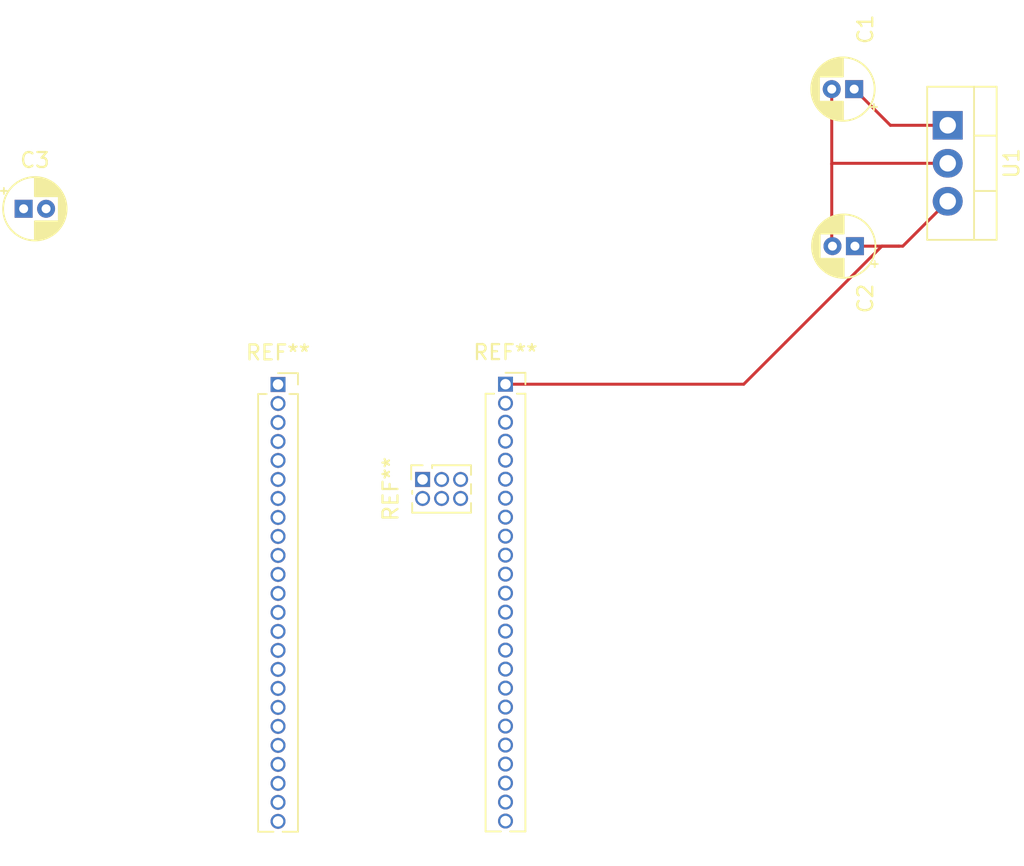
<source format=kicad_pcb>
(kicad_pcb (version 20240108) (generator "pcbnew") (generator_version "8.0")
  (layers (0 "F.Cu" signal) (31 "B.Cu" signal) (34 "B.Paste" user) (35 "F.Paste" user) (36 "B.SilkS" user "B.Silkscreen") (37 "F.SilkS" user "F.Silkscreen") (38 "B.Mask" user) (39 "F.Mask" user) (44 "Edge.Cuts" user))
  (net 0 "")
  (footprint "Connector_PinSocket_1.27mm:PinSocket_1x24_P1.27mm_Vertical" (layer "F.Cu") (at 190 50.75)
    (property "Reference" "REF**" (at 0 -2.135 0) (layer "F.SilkS"))
    (property "Value" "PinSocket_1x24_P1.27mm_Vertical")
    (fp_line (start -1.33 0.635) (end -1.33 29.905) (stroke (width 0.12)) (layer "F.SilkS"))
    (fp_line (start -1.33 0.635) (end -0.76 0.635) (stroke (width 0.12)) (layer "F.SilkS"))
    (fp_line (start -1.33 29.905) (end -0.30753 29.905) (stroke (width 0.12)) (layer "F.SilkS"))
    (fp_line (start 0 -0.76) (end 1.33 -0.76) (stroke (width 0.12)) (layer "F.SilkS"))
    (fp_line (start 0.30753 29.905) (end 1.33 29.905) (stroke (width 0.12)) (layer "F.SilkS"))
    (fp_line (start 0.76 0.635) (end 1.33 0.635) (stroke (width 0.12)) (layer "F.SilkS"))
    (fp_line (start 1.33 -0.76) (end 1.33 0) (stroke (width 0.12)) (layer "F.SilkS"))
    (fp_line (start 1.33 0.635) (end 1.33 29.905) (stroke (width 0.12)) (layer "F.SilkS"))
    (pad "1" thru_hole rect (at 0 0) (size 1 1) (drill 0.7) (layers "*.Cu" "*.Mask"))
    (pad "2" thru_hole oval (at 0 1.27) (size 1 1) (drill 0.7) (layers "*.Cu" "*.Mask"))
    (pad "3" thru_hole oval (at 0 2.54) (size 1 1) (drill 0.7) (layers "*.Cu" "*.Mask"))
    (pad "4" thru_hole oval (at 0 3.81) (size 1 1) (drill 0.7) (layers "*.Cu" "*.Mask"))
    (pad "5" thru_hole oval (at 0 5.08) (size 1 1) (drill 0.7) (layers "*.Cu" "*.Mask"))
    (pad "6" thru_hole oval (at 0 6.35) (size 1 1) (drill 0.7) (layers "*.Cu" "*.Mask"))
    (pad "7" thru_hole oval (at 0 7.62) (size 1 1) (drill 0.7) (layers "*.Cu" "*.Mask"))
    (pad "8" thru_hole oval (at 0 8.89) (size 1 1) (drill 0.7) (layers "*.Cu" "*.Mask"))
    (pad "9" thru_hole oval (at 0 10.16) (size 1 1) (drill 0.7) (layers "*.Cu" "*.Mask"))
    (pad "10" thru_hole oval (at 0 11.43) (size 1 1) (drill 0.7) (layers "*.Cu" "*.Mask"))
    (pad "11" thru_hole oval (at 0 12.7) (size 1 1) (drill 0.7) (layers "*.Cu" "*.Mask"))
    (pad "12" thru_hole oval (at 0 13.97) (size 1 1) (drill 0.7) (layers "*.Cu" "*.Mask"))
    (pad "13" thru_hole oval (at 0 15.24) (size 1 1) (drill 0.7) (layers "*.Cu" "*.Mask"))
    (pad "14" thru_hole oval (at 0 16.51) (size 1 1) (drill 0.7) (layers "*.Cu" "*.Mask"))
    (pad "15" thru_hole oval (at 0 17.78) (size 1 1) (drill 0.7) (layers "*.Cu" "*.Mask"))
    (pad "16" thru_hole oval (at 0 19.05) (size 1 1) (drill 0.7) (layers "*.Cu" "*.Mask"))
    (pad "17" thru_hole oval (at 0 20.32) (size 1 1) (drill 0.7) (layers "*.Cu" "*.Mask"))
    (pad "18" thru_hole oval (at 0 21.59) (size 1 1) (drill 0.7) (layers "*.Cu" "*.Mask"))
    (pad "19" thru_hole oval (at 0 22.86) (size 1 1) (drill 0.7) (layers "*.Cu" "*.Mask"))
    (pad "20" thru_hole oval (at 0 24.13) (size 1 1) (drill 0.7) (layers "*.Cu" "*.Mask"))
    (pad "21" thru_hole oval (at 0 25.4) (size 1 1) (drill 0.7) (layers "*.Cu" "*.Mask"))
    (pad "22" thru_hole oval (at 0 26.67) (size 1 1) (drill 0.7) (layers "*.Cu" "*.Mask"))
    (pad "23" thru_hole oval (at 0 27.94) (size 1 1) (drill 0.7) (layers "*.Cu" "*.Mask"))
    (pad "24" thru_hole oval (at 0 29.21) (size 1 1) (drill 0.7) (layers "*.Cu" "*.Mask"))
  )
  (footprint "Connector_PinSocket_1.27mm:PinSocket_2x03_P1.27mm_Vertical" (layer "F.Cu") (at 199.66 57.1 90)
    (property "Reference" "REF**" (at -0.635 -2.135 270) (layer "F.SilkS"))
    (property "Value" "PinSocket_2x03_P1.27mm_Vertical")
    (fp_line (start 0.95 -0.76) (end 0.95 0) (stroke (width 0.12)) (layer "F.SilkS"))
    (fp_line (start 0 -0.76) (end 0.95 -0.76) (stroke (width 0.12)) (layer "F.SilkS"))
    (fp_line (start -0.96247 -0.695) (end -0.76 -0.695) (stroke (width 0.12)) (layer "F.SilkS"))
    (fp_line (start -2.22 -0.695) (end -1.57753 -0.695) (stroke (width 0.12)) (layer "F.SilkS"))
    (fp_line (start -2.22 -0.695) (end -2.22 3.235) (stroke (width 0.12)) (layer "F.SilkS"))
    (fp_line (start 0.95 0.635) (end 0.95 3.235) (stroke (width 0.12)) (layer "F.SilkS"))
    (fp_line (start 0.76 0.635) (end 0.95 0.635) (stroke (width 0.12)) (layer "F.SilkS"))
    (fp_line (start 0.30753 3.235) (end 0.95 3.235) (stroke (width 0.12)) (layer "F.SilkS"))
    (fp_line (start -0.96247 3.235) (end -0.30753 3.235) (stroke (width 0.12)) (layer "F.SilkS"))
    (fp_line (start -2.22 3.235) (end -1.57753 3.235) (stroke (width 0.12)) (layer "F.SilkS"))
    (pad "1" thru_hole rect (at 0 0 90) (size 1 1) (drill 0.7) (layers "*.Cu" "*.Mask"))
    (pad "2" thru_hole oval (at -1.27 0 90) (size 1 1) (drill 0.7) (layers "*.Cu" "*.Mask"))
    (pad "3" thru_hole oval (at 0 1.27 90) (size 1 1) (drill 0.7) (layers "*.Cu" "*.Mask"))
    (pad "4" thru_hole oval (at -1.27 1.27 90) (size 1 1) (drill 0.7) (layers "*.Cu" "*.Mask"))
    (pad "5" thru_hole oval (at 0 2.54 90) (size 1 1) (drill 0.7) (layers "*.Cu" "*.Mask"))
    (pad "6" thru_hole oval (at -1.27 2.54 90) (size 1 1) (drill 0.7) (layers "*.Cu" "*.Mask"))
  )
  (footprint "Capacitor_THT:CP_Radial_D4.0mm_P1.50mm" (layer "F.Cu") (at 173 39)
    (property "Reference" "C3" (at 0.75 -3.25 0) (layer "F.SilkS"))
    (property "Value" "10uF")
    (fp_line (start -1.519801 -1.195) (end -1.119801 -1.195) (stroke (width 0.12)) (layer "F.SilkS"))
    (fp_line (start -1.319801 -1.395) (end -1.319801 -0.995) (stroke (width 0.12)) (layer "F.SilkS"))
    (fp_line (start 0.75 -2.08) (end 0.75 -0.84) (stroke (width 0.12)) (layer "F.SilkS"))
    (fp_line (start 0.75 0.84) (end 0.75 2.08) (stroke (width 0.12)) (layer "F.SilkS"))
    (fp_line (start 0.79 -2.08) (end 0.79 -0.84) (stroke (width 0.12)) (layer "F.SilkS"))
    (fp_line (start 0.79 0.84) (end 0.79 2.08) (stroke (width 0.12)) (layer "F.SilkS"))
    (fp_line (start 0.83 -2.079) (end 0.83 -0.84) (stroke (width 0.12)) (layer "F.SilkS"))
    (fp_line (start 0.83 0.84) (end 0.83 2.079) (stroke (width 0.12)) (layer "F.SilkS"))
    (fp_line (start 0.87 -2.077) (end 0.87 -0.84) (stroke (width 0.12)) (layer "F.SilkS"))
    (fp_line (start 0.87 0.84) (end 0.87 2.077) (stroke (width 0.12)) (layer "F.SilkS"))
    (fp_line (start 0.91 -2.074) (end 0.91 -0.84) (stroke (width 0.12)) (layer "F.SilkS"))
    (fp_line (start 0.91 0.84) (end 0.91 2.074) (stroke (width 0.12)) (layer "F.SilkS"))
    (fp_line (start 0.95 -2.071) (end 0.95 -0.84) (stroke (width 0.12)) (layer "F.SilkS"))
    (fp_line (start 0.95 0.84) (end 0.95 2.071) (stroke (width 0.12)) (layer "F.SilkS"))
    (fp_line (start 0.99 -2.067) (end 0.99 -0.84) (stroke (width 0.12)) (layer "F.SilkS"))
    (fp_line (start 0.99 0.84) (end 0.99 2.067) (stroke (width 0.12)) (layer "F.SilkS"))
    (fp_line (start 1.03 -2.062) (end 1.03 -0.84) (stroke (width 0.12)) (layer "F.SilkS"))
    (fp_line (start 1.03 0.84) (end 1.03 2.062) (stroke (width 0.12)) (layer "F.SilkS"))
    (fp_line (start 1.07 -2.056) (end 1.07 -0.84) (stroke (width 0.12)) (layer "F.SilkS"))
    (fp_line (start 1.07 0.84) (end 1.07 2.056) (stroke (width 0.12)) (layer "F.SilkS"))
    (fp_line (start 1.11 -2.05) (end 1.11 -0.84) (stroke (width 0.12)) (layer "F.SilkS"))
    (fp_line (start 1.11 0.84) (end 1.11 2.05) (stroke (width 0.12)) (layer "F.SilkS"))
    (fp_line (start 1.15 -2.042) (end 1.15 -0.84) (stroke (width 0.12)) (layer "F.SilkS"))
    (fp_line (start 1.15 0.84) (end 1.15 2.042) (stroke (width 0.12)) (layer "F.SilkS"))
    (fp_line (start 1.19 -2.034) (end 1.19 -0.84) (stroke (width 0.12)) (layer "F.SilkS"))
    (fp_line (start 1.19 0.84) (end 1.19 2.034) (stroke (width 0.12)) (layer "F.SilkS"))
    (fp_line (start 1.23 -2.025) (end 1.23 -0.84) (stroke (width 0.12)) (layer "F.SilkS"))
    (fp_line (start 1.23 0.84) (end 1.23 2.025) (stroke (width 0.12)) (layer "F.SilkS"))
    (fp_line (start 1.27 -2.016) (end 1.27 -0.84) (stroke (width 0.12)) (layer "F.SilkS"))
    (fp_line (start 1.27 0.84) (end 1.27 2.016) (stroke (width 0.12)) (layer "F.SilkS"))
    (fp_line (start 1.31 -2.005) (end 1.31 -0.84) (stroke (width 0.12)) (layer "F.SilkS"))
    (fp_line (start 1.31 0.84) (end 1.31 2.005) (stroke (width 0.12)) (layer "F.SilkS"))
    (fp_line (start 1.35 -1.994) (end 1.35 -0.84) (stroke (width 0.12)) (layer "F.SilkS"))
    (fp_line (start 1.35 0.84) (end 1.35 1.994) (stroke (width 0.12)) (layer "F.SilkS"))
    (fp_line (start 1.39 -1.982) (end 1.39 -0.84) (stroke (width 0.12)) (layer "F.SilkS"))
    (fp_line (start 1.39 0.84) (end 1.39 1.982) (stroke (width 0.12)) (layer "F.SilkS"))
    (fp_line (start 1.43 -1.968) (end 1.43 -0.84) (stroke (width 0.12)) (layer "F.SilkS"))
    (fp_line (start 1.43 0.84) (end 1.43 1.968) (stroke (width 0.12)) (layer "F.SilkS"))
    (fp_line (start 1.471 -1.954) (end 1.471 -0.84) (stroke (width 0.12)) (layer "F.SilkS"))
    (fp_line (start 1.471 0.84) (end 1.471 1.954) (stroke (width 0.12)) (layer "F.SilkS"))
    (fp_line (start 1.511 -1.94) (end 1.511 -0.84) (stroke (width 0.12)) (layer "F.SilkS"))
    (fp_line (start 1.511 0.84) (end 1.511 1.94) (stroke (width 0.12)) (layer "F.SilkS"))
    (fp_line (start 1.551 -1.924) (end 1.551 -0.84) (stroke (width 0.12)) (layer "F.SilkS"))
    (fp_line (start 1.551 0.84) (end 1.551 1.924) (stroke (width 0.12)) (layer "F.SilkS"))
    (fp_line (start 1.591 -1.907) (end 1.591 -0.84) (stroke (width 0.12)) (layer "F.SilkS"))
    (fp_line (start 1.591 0.84) (end 1.591 1.907) (stroke (width 0.12)) (layer "F.SilkS"))
    (fp_line (start 1.631 -1.889) (end 1.631 -0.84) (stroke (width 0.12)) (layer "F.SilkS"))
    (fp_line (start 1.631 0.84) (end 1.631 1.889) (stroke (width 0.12)) (layer "F.SilkS"))
    (fp_line (start 1.671 -1.87) (end 1.671 -0.84) (stroke (width 0.12)) (layer "F.SilkS"))
    (fp_line (start 1.671 0.84) (end 1.671 1.87) (stroke (width 0.12)) (layer "F.SilkS"))
    (fp_line (start 1.711 -1.851) (end 1.711 -0.84) (stroke (width 0.12)) (layer "F.SilkS"))
    (fp_line (start 1.711 0.84) (end 1.711 1.851) (stroke (width 0.12)) (layer "F.SilkS"))
    (fp_line (start 1.751 -1.83) (end 1.751 -0.84) (stroke (width 0.12)) (layer "F.SilkS"))
    (fp_line (start 1.751 0.84) (end 1.751 1.83) (stroke (width 0.12)) (layer "F.SilkS"))
    (fp_line (start 1.791 -1.808) (end 1.791 -0.84) (stroke (width 0.12)) (layer "F.SilkS"))
    (fp_line (start 1.791 0.84) (end 1.791 1.808) (stroke (width 0.12)) (layer "F.SilkS"))
    (fp_line (start 1.831 -1.785) (end 1.831 -0.84) (stroke (width 0.12)) (layer "F.SilkS"))
    (fp_line (start 1.831 0.84) (end 1.831 1.785) (stroke (width 0.12)) (layer "F.SilkS"))
    (fp_line (start 1.871 -1.76) (end 1.871 -0.84) (stroke (width 0.12)) (layer "F.SilkS"))
    (fp_line (start 1.871 0.84) (end 1.871 1.76) (stroke (width 0.12)) (layer "F.SilkS"))
    (fp_line (start 1.911 -1.735) (end 1.911 -0.84) (stroke (width 0.12)) (layer "F.SilkS"))
    (fp_line (start 1.911 0.84) (end 1.911 1.735) (stroke (width 0.12)) (layer "F.SilkS"))
    (fp_line (start 1.951 -1.708) (end 1.951 -0.84) (stroke (width 0.12)) (layer "F.SilkS"))
    (fp_line (start 1.951 0.84) (end 1.951 1.708) (stroke (width 0.12)) (layer "F.SilkS"))
    (fp_line (start 1.991 -1.68) (end 1.991 -0.84) (stroke (width 0.12)) (layer "F.SilkS"))
    (fp_line (start 1.991 0.84) (end 1.991 1.68) (stroke (width 0.12)) (layer "F.SilkS"))
    (fp_line (start 2.031 -1.65) (end 2.031 -0.84) (stroke (width 0.12)) (layer "F.SilkS"))
    (fp_line (start 2.031 0.84) (end 2.031 1.65) (stroke (width 0.12)) (layer "F.SilkS"))
    (fp_line (start 2.071 -1.619) (end 2.071 -0.84) (stroke (width 0.12)) (layer "F.SilkS"))
    (fp_line (start 2.071 0.84) (end 2.071 1.619) (stroke (width 0.12)) (layer "F.SilkS"))
    (fp_line (start 2.111 -1.587) (end 2.111 -0.84) (stroke (width 0.12)) (layer "F.SilkS"))
    (fp_line (start 2.111 0.84) (end 2.111 1.587) (stroke (width 0.12)) (layer "F.SilkS"))
    (fp_line (start 2.151 -1.552) (end 2.151 -0.84) (stroke (width 0.12)) (layer "F.SilkS"))
    (fp_line (start 2.151 0.84) (end 2.151 1.552) (stroke (width 0.12)) (layer "F.SilkS"))
    (fp_line (start 2.191 -1.516) (end 2.191 -0.84) (stroke (width 0.12)) (layer "F.SilkS"))
    (fp_line (start 2.191 0.84) (end 2.191 1.516) (stroke (width 0.12)) (layer "F.SilkS"))
    (fp_line (start 2.231 -1.478) (end 2.231 -0.84) (stroke (width 0.12)) (layer "F.SilkS"))
    (fp_line (start 2.231 0.84) (end 2.231 1.478) (stroke (width 0.12)) (layer "F.SilkS"))
    (fp_line (start 2.271 -1.438) (end 2.271 -0.84) (stroke (width 0.12)) (layer "F.SilkS"))
    (fp_line (start 2.271 0.84) (end 2.271 1.438) (stroke (width 0.12)) (layer "F.SilkS"))
    (fp_line (start 2.311 -1.396) (end 2.311 -0.84) (stroke (width 0.12)) (layer "F.SilkS"))
    (fp_line (start 2.311 0.84) (end 2.311 1.396) (stroke (width 0.12)) (layer "F.SilkS"))
    (fp_line (start 2.351 -1.351) (end 2.351 1.351) (stroke (width 0.12)) (layer "F.SilkS"))
    (fp_line (start 2.391 -1.304) (end 2.391 1.304) (stroke (width 0.12)) (layer "F.SilkS"))
    (fp_line (start 2.431 -1.254) (end 2.431 1.254) (stroke (width 0.12)) (layer "F.SilkS"))
    (fp_line (start 2.471 -1.2) (end 2.471 1.2) (stroke (width 0.12)) (layer "F.SilkS"))
    (fp_line (start 2.511 -1.142) (end 2.511 1.142) (stroke (width 0.12)) (layer "F.SilkS"))
    (fp_line (start 2.551 -1.08) (end 2.551 1.08) (stroke (width 0.12)) (layer "F.SilkS"))
    (fp_line (start 2.591 -1.013) (end 2.591 1.013) (stroke (width 0.12)) (layer "F.SilkS"))
    (fp_line (start 2.631 -0.94) (end 2.631 0.94) (stroke (width 0.12)) (layer "F.SilkS"))
    (fp_line (start 2.671 -0.859) (end 2.671 0.859) (stroke (width 0.12)) (layer "F.SilkS"))
    (fp_line (start 2.711 -0.768) (end 2.711 0.768) (stroke (width 0.12)) (layer "F.SilkS"))
    (fp_line (start 2.751 -0.664) (end 2.751 0.664) (stroke (width 0.12)) (layer "F.SilkS"))
    (fp_line (start 2.791 -0.537) (end 2.791 0.537) (stroke (width 0.12)) (layer "F.SilkS"))
    (fp_line (start 2.831 -0.37) (end 2.831 0.37) (stroke (width 0.12)) (layer "F.SilkS"))
    (fp_circle (center 0.75 0) (end 2.87 0) (stroke (width 0.12)) (fill none) (layer "F.SilkS"))
    (pad "1" thru_hole rect (at 0 0) (size 1.2 1.2) (drill 0.6) (layers "*.Cu" "*.Mask"))
    (pad "2" thru_hole circle (at 1.5 0) (size 1.2 1.2) (drill 0.6) (layers "*.Cu" "*.Mask"))
  )
  (footprint "Package_TO_SOT_THT:TO-220-3_Vertical" (layer "F.Cu") (at 234.75 33.42 -90)
    (property "Reference" "U1" (at 2.54 -4.27 90) (layer "F.SilkS"))
    (property "Value" "LM7805_TO220")
    (fp_line (start -2.58 1.371) (end 7.66 1.371) (stroke (width 0.12)) (layer "F.SilkS"))
    (fp_line (start -2.58 -1.76) (end 7.66 -1.76) (stroke (width 0.12)) (layer "F.SilkS"))
    (fp_line (start -2.58 -3.27) (end -2.58 1.371) (stroke (width 0.12)) (layer "F.SilkS"))
    (fp_line (start -2.58 -3.27) (end 7.66 -3.27) (stroke (width 0.12)) (layer "F.SilkS"))
    (fp_line (start 0.69 -3.27) (end 0.69 -1.76) (stroke (width 0.12)) (layer "F.SilkS"))
    (fp_line (start 4.391 -3.27) (end 4.391 -1.76) (stroke (width 0.12)) (layer "F.SilkS"))
    (fp_line (start 7.66 -3.27) (end 7.66 1.371) (stroke (width 0.12)) (layer "F.SilkS"))
    (pad "1" thru_hole rect (at 0 0 270) (size 1.905 2) (drill 1.1) (layers "*.Cu" "*.Mask"))
    (pad "2" thru_hole oval (at 2.54 0 270) (size 1.905 2) (drill 1.1) (layers "*.Cu" "*.Mask"))
    (pad "3" thru_hole oval (at 5.08 0 270) (size 1.905 2) (drill 1.1) (layers "*.Cu" "*.Mask"))
  )
  (footprint "Capacitor_THT:CP_Radial_D4.0mm_P1.50mm" (layer "F.Cu") (at 228.55 41.5 180)
    (property "Reference" "C2" (at -0.7 -3.5 -90) (layer "F.SilkS"))
    (property "Value" "1uF")
    (fp_line (start 2.831 -0.37) (end 2.831 0.37) (stroke (width 0.12)) (layer "F.SilkS"))
    (fp_line (start 2.791 -0.537) (end 2.791 0.537) (stroke (width 0.12)) (layer "F.SilkS"))
    (fp_line (start 2.751 -0.664) (end 2.751 0.664) (stroke (width 0.12)) (layer "F.SilkS"))
    (fp_line (start 2.711 -0.768) (end 2.711 0.768) (stroke (width 0.12)) (layer "F.SilkS"))
    (fp_line (start 2.671 -0.859) (end 2.671 0.859) (stroke (width 0.12)) (layer "F.SilkS"))
    (fp_line (start 2.631 -0.94) (end 2.631 0.94) (stroke (width 0.12)) (layer "F.SilkS"))
    (fp_line (start 2.591 -1.013) (end 2.591 1.013) (stroke (width 0.12)) (layer "F.SilkS"))
    (fp_line (start 2.551 -1.08) (end 2.551 1.08) (stroke (width 0.12)) (layer "F.SilkS"))
    (fp_line (start 2.511 -1.142) (end 2.511 1.142) (stroke (width 0.12)) (layer "F.SilkS"))
    (fp_line (start 2.471 -1.2) (end 2.471 1.2) (stroke (width 0.12)) (layer "F.SilkS"))
    (fp_line (start 2.431 -1.254) (end 2.431 1.254) (stroke (width 0.12)) (layer "F.SilkS"))
    (fp_line (start 2.391 -1.304) (end 2.391 1.304) (stroke (width 0.12)) (layer "F.SilkS"))
    (fp_line (start 2.351 -1.351) (end 2.351 1.351) (stroke (width 0.12)) (layer "F.SilkS"))
    (fp_line (start 2.311 0.84) (end 2.311 1.396) (stroke (width 0.12)) (layer "F.SilkS"))
    (fp_line (start 2.311 -1.396) (end 2.311 -0.84) (stroke (width 0.12)) (layer "F.SilkS"))
    (fp_line (start 2.271 0.84) (end 2.271 1.438) (stroke (width 0.12)) (layer "F.SilkS"))
    (fp_line (start 2.271 -1.438) (end 2.271 -0.84) (stroke (width 0.12)) (layer "F.SilkS"))
    (fp_line (start 2.231 0.84) (end 2.231 1.478) (stroke (width 0.12)) (layer "F.SilkS"))
    (fp_line (start 2.231 -1.478) (end 2.231 -0.84) (stroke (width 0.12)) (layer "F.SilkS"))
    (fp_line (start 2.191 0.84) (end 2.191 1.516) (stroke (width 0.12)) (layer "F.SilkS"))
    (fp_line (start 2.191 -1.516) (end 2.191 -0.84) (stroke (width 0.12)) (layer "F.SilkS"))
    (fp_line (start 2.151 0.84) (end 2.151 1.552) (stroke (width 0.12)) (layer "F.SilkS"))
    (fp_line (start 2.151 -1.552) (end 2.151 -0.84) (stroke (width 0.12)) (layer "F.SilkS"))
    (fp_line (start 2.111 0.84) (end 2.111 1.587) (stroke (width 0.12)) (layer "F.SilkS"))
    (fp_line (start 2.111 -1.587) (end 2.111 -0.84) (stroke (width 0.12)) (layer "F.SilkS"))
    (fp_line (start 2.071 0.84) (end 2.071 1.619) (stroke (width 0.12)) (layer "F.SilkS"))
    (fp_line (start 2.071 -1.619) (end 2.071 -0.84) (stroke (width 0.12)) (layer "F.SilkS"))
    (fp_line (start 2.031 0.84) (end 2.031 1.65) (stroke (width 0.12)) (layer "F.SilkS"))
    (fp_line (start 2.031 -1.65) (end 2.031 -0.84) (stroke (width 0.12)) (layer "F.SilkS"))
    (fp_line (start 1.991 0.84) (end 1.991 1.68) (stroke (width 0.12)) (layer "F.SilkS"))
    (fp_line (start 1.991 -1.68) (end 1.991 -0.84) (stroke (width 0.12)) (layer "F.SilkS"))
    (fp_line (start 1.951 0.84) (end 1.951 1.708) (stroke (width 0.12)) (layer "F.SilkS"))
    (fp_line (start 1.951 -1.708) (end 1.951 -0.84) (stroke (width 0.12)) (layer "F.SilkS"))
    (fp_line (start 1.911 0.84) (end 1.911 1.735) (stroke (width 0.12)) (layer "F.SilkS"))
    (fp_line (start 1.911 -1.735) (end 1.911 -0.84) (stroke (width 0.12)) (layer "F.SilkS"))
    (fp_line (start 1.871 0.84) (end 1.871 1.76) (stroke (width 0.12)) (layer "F.SilkS"))
    (fp_line (start 1.871 -1.76) (end 1.871 -0.84) (stroke (width 0.12)) (layer "F.SilkS"))
    (fp_line (start 1.831 0.84) (end 1.831 1.785) (stroke (width 0.12)) (layer "F.SilkS"))
    (fp_line (start 1.831 -1.785) (end 1.831 -0.84) (stroke (width 0.12)) (layer "F.SilkS"))
    (fp_line (start 1.791 0.84) (end 1.791 1.808) (stroke (width 0.12)) (layer "F.SilkS"))
    (fp_line (start 1.791 -1.808) (end 1.791 -0.84) (stroke (width 0.12)) (layer "F.SilkS"))
    (fp_line (start 1.751 0.84) (end 1.751 1.83) (stroke (width 0.12)) (layer "F.SilkS"))
    (fp_line (start 1.751 -1.83) (end 1.751 -0.84) (stroke (width 0.12)) (layer "F.SilkS"))
    (fp_line (start 1.711 0.84) (end 1.711 1.851) (stroke (width 0.12)) (layer "F.SilkS"))
    (fp_line (start 1.711 -1.851) (end 1.711 -0.84) (stroke (width 0.12)) (layer "F.SilkS"))
    (fp_line (start 1.671 0.84) (end 1.671 1.87) (stroke (width 0.12)) (layer "F.SilkS"))
    (fp_line (start 1.671 -1.87) (end 1.671 -0.84) (stroke (width 0.12)) (layer "F.SilkS"))
    (fp_line (start 1.631 0.84) (end 1.631 1.889) (stroke (width 0.12)) (layer "F.SilkS"))
    (fp_line (start 1.631 -1.889) (end 1.631 -0.84) (stroke (width 0.12)) (layer "F.SilkS"))
    (fp_line (start 1.591 0.84) (end 1.591 1.907) (stroke (width 0.12)) (layer "F.SilkS"))
    (fp_line (start 1.591 -1.907) (end 1.591 -0.84) (stroke (width 0.12)) (layer "F.SilkS"))
    (fp_line (start 1.551 0.84) (end 1.551 1.924) (stroke (width 0.12)) (layer "F.SilkS"))
    (fp_line (start 1.551 -1.924) (end 1.551 -0.84) (stroke (width 0.12)) (layer "F.SilkS"))
    (fp_line (start 1.511 0.84) (end 1.511 1.94) (stroke (width 0.12)) (layer "F.SilkS"))
    (fp_line (start 1.511 -1.94) (end 1.511 -0.84) (stroke (width 0.12)) (layer "F.SilkS"))
    (fp_line (start 1.471 0.84) (end 1.471 1.954) (stroke (width 0.12)) (layer "F.SilkS"))
    (fp_line (start 1.471 -1.954) (end 1.471 -0.84) (stroke (width 0.12)) (layer "F.SilkS"))
    (fp_line (start 1.43 0.84) (end 1.43 1.968) (stroke (width 0.12)) (layer "F.SilkS"))
    (fp_line (start 1.43 -1.968) (end 1.43 -0.84) (stroke (width 0.12)) (layer "F.SilkS"))
    (fp_line (start 1.39 0.84) (end 1.39 1.982) (stroke (width 0.12)) (layer "F.SilkS"))
    (fp_line (start 1.39 -1.982) (end 1.39 -0.84) (stroke (width 0.12)) (layer "F.SilkS"))
    (fp_line (start 1.35 0.84) (end 1.35 1.994) (stroke (width 0.12)) (layer "F.SilkS"))
    (fp_line (start 1.35 -1.994) (end 1.35 -0.84) (stroke (width 0.12)) (layer "F.SilkS"))
    (fp_line (start 1.31 0.84) (end 1.31 2.005) (stroke (width 0.12)) (layer "F.SilkS"))
    (fp_line (start 1.31 -2.005) (end 1.31 -0.84) (stroke (width 0.12)) (layer "F.SilkS"))
    (fp_line (start 1.27 0.84) (end 1.27 2.016) (stroke (width 0.12)) (layer "F.SilkS"))
    (fp_line (start 1.27 -2.016) (end 1.27 -0.84) (stroke (width 0.12)) (layer "F.SilkS"))
    (fp_line (start 1.23 0.84) (end 1.23 2.025) (stroke (width 0.12)) (layer "F.SilkS"))
    (fp_line (start 1.23 -2.025) (end 1.23 -0.84) (stroke (width 0.12)) (layer "F.SilkS"))
    (fp_line (start 1.19 0.84) (end 1.19 2.034) (stroke (width 0.12)) (layer "F.SilkS"))
    (fp_line (start 1.19 -2.034) (end 1.19 -0.84) (stroke (width 0.12)) (layer "F.SilkS"))
    (fp_line (start 1.15 0.84) (end 1.15 2.042) (stroke (width 0.12)) (layer "F.SilkS"))
    (fp_line (start 1.15 -2.042) (end 1.15 -0.84) (stroke (width 0.12)) (layer "F.SilkS"))
    (fp_line (start 1.11 0.84) (end 1.11 2.05) (stroke (width 0.12)) (layer "F.SilkS"))
    (fp_line (start 1.11 -2.05) (end 1.11 -0.84) (stroke (width 0.12)) (layer "F.SilkS"))
    (fp_line (start 1.07 0.84) (end 1.07 2.056) (stroke (width 0.12)) (layer "F.SilkS"))
    (fp_line (start 1.07 -2.056) (end 1.07 -0.84) (stroke (width 0.12)) (layer "F.SilkS"))
    (fp_line (start 1.03 0.84) (end 1.03 2.062) (stroke (width 0.12)) (layer "F.SilkS"))
    (fp_line (start 1.03 -2.062) (end 1.03 -0.84) (stroke (width 0.12)) (layer "F.SilkS"))
    (fp_line (start 0.99 0.84) (end 0.99 2.067) (stroke (width 0.12)) (layer "F.SilkS"))
    (fp_line (start 0.99 -2.067) (end 0.99 -0.84) (stroke (width 0.12)) (layer "F.SilkS"))
    (fp_line (start 0.95 0.84) (end 0.95 2.071) (stroke (width 0.12)) (layer "F.SilkS"))
    (fp_line (start 0.95 -2.071) (end 0.95 -0.84) (stroke (width 0.12)) (layer "F.SilkS"))
    (fp_line (start 0.91 0.84) (end 0.91 2.074) (stroke (width 0.12)) (layer "F.SilkS"))
    (fp_line (start 0.91 -2.074) (end 0.91 -0.84) (stroke (width 0.12)) (layer "F.SilkS"))
    (fp_line (start 0.87 0.84) (end 0.87 2.077) (stroke (width 0.12)) (layer "F.SilkS"))
    (fp_line (start 0.87 -2.077) (end 0.87 -0.84) (stroke (width 0.12)) (layer "F.SilkS"))
    (fp_line (start 0.83 0.84) (end 0.83 2.079) (stroke (width 0.12)) (layer "F.SilkS"))
    (fp_line (start 0.83 -2.079) (end 0.83 -0.84) (stroke (width 0.12)) (layer "F.SilkS"))
    (fp_line (start 0.79 0.84) (end 0.79 2.08) (stroke (width 0.12)) (layer "F.SilkS"))
    (fp_line (start 0.79 -2.08) (end 0.79 -0.84) (stroke (width 0.12)) (layer "F.SilkS"))
    (fp_line (start 0.75 0.84) (end 0.75 2.08) (stroke (width 0.12)) (layer "F.SilkS"))
    (fp_line (start 0.75 -2.08) (end 0.75 -0.84) (stroke (width 0.12)) (layer "F.SilkS"))
    (fp_line (start -1.319801 -1.395) (end -1.319801 -0.995) (stroke (width 0.12)) (layer "F.SilkS"))
    (fp_line (start -1.519801 -1.195) (end -1.119801 -1.195) (stroke (width 0.12)) (layer "F.SilkS"))
    (fp_circle (center 0.75 0) (end 2.87 0) (stroke (width 0.12)) (fill none) (layer "F.SilkS"))
    (pad "1" thru_hole rect (at 0 0 180) (size 1.2 1.2) (drill 0.6) (layers "*.Cu" "*.Mask"))
    (pad "2" thru_hole circle (at 1.5 0 180) (size 1.2 1.2) (drill 0.6) (layers "*.Cu" "*.Mask"))
  )
  (footprint "Connector_PinSocket_1.27mm:PinSocket_1x24_P1.27mm_Vertical" (layer "F.Cu") (at 205.2 50.73)
    (property "Reference" "REF**" (at 0 -2.135 0) (layer "F.SilkS"))
    (property "Value" "PinSocket_1x24_P1.27mm_Vertical")
    (fp_line (start -1.33 0.635) (end -1.33 29.905) (stroke (width 0.12)) (layer "F.SilkS"))
    (fp_line (start -1.33 0.635) (end -0.76 0.635) (stroke (width 0.12)) (layer "F.SilkS"))
    (fp_line (start -1.33 29.905) (end -0.30753 29.905) (stroke (width 0.12)) (layer "F.SilkS"))
    (fp_line (start 0 -0.76) (end 1.33 -0.76) (stroke (width 0.12)) (layer "F.SilkS"))
    (fp_line (start 0.30753 29.905) (end 1.33 29.905) (stroke (width 0.12)) (layer "F.SilkS"))
    (fp_line (start 0.76 0.635) (end 1.33 0.635) (stroke (width 0.12)) (layer "F.SilkS"))
    (fp_line (start 1.33 -0.76) (end 1.33 0) (stroke (width 0.12)) (layer "F.SilkS"))
    (fp_line (start 1.33 0.635) (end 1.33 29.905) (stroke (width 0.12)) (layer "F.SilkS"))
    (pad "1" thru_hole rect (at 0 0) (size 1 1) (drill 0.7) (layers "*.Cu" "*.Mask"))
    (pad "2" thru_hole oval (at 0 1.27) (size 1 1) (drill 0.7) (layers "*.Cu" "*.Mask"))
    (pad "3" thru_hole oval (at 0 2.54) (size 1 1) (drill 0.7) (layers "*.Cu" "*.Mask"))
    (pad "4" thru_hole oval (at 0 3.81) (size 1 1) (drill 0.7) (layers "*.Cu" "*.Mask"))
    (pad "5" thru_hole oval (at 0 5.08) (size 1 1) (drill 0.7) (layers "*.Cu" "*.Mask"))
    (pad "6" thru_hole oval (at 0 6.35) (size 1 1) (drill 0.7) (layers "*.Cu" "*.Mask"))
    (pad "7" thru_hole oval (at 0 7.62) (size 1 1) (drill 0.7) (layers "*.Cu" "*.Mask"))
    (pad "8" thru_hole oval (at 0 8.89) (size 1 1) (drill 0.7) (layers "*.Cu" "*.Mask"))
    (pad "9" thru_hole oval (at 0 10.16) (size 1 1) (drill 0.7) (layers "*.Cu" "*.Mask"))
    (pad "10" thru_hole oval (at 0 11.43) (size 1 1) (drill 0.7) (layers "*.Cu" "*.Mask"))
    (pad "11" thru_hole oval (at 0 12.7) (size 1 1) (drill 0.7) (layers "*.Cu" "*.Mask"))
    (pad "12" thru_hole oval (at 0 13.97) (size 1 1) (drill 0.7) (layers "*.Cu" "*.Mask"))
    (pad "13" thru_hole oval (at 0 15.24) (size 1 1) (drill 0.7) (layers "*.Cu" "*.Mask"))
    (pad "14" thru_hole oval (at 0 16.51) (size 1 1) (drill 0.7) (layers "*.Cu" "*.Mask"))
    (pad "15" thru_hole oval (at 0 17.78) (size 1 1) (drill 0.7) (layers "*.Cu" "*.Mask"))
    (pad "16" thru_hole oval (at 0 19.05) (size 1 1) (drill 0.7) (layers "*.Cu" "*.Mask"))
    (pad "17" thru_hole oval (at 0 20.32) (size 1 1) (drill 0.7) (layers "*.Cu" "*.Mask"))
    (pad "18" thru_hole oval (at 0 21.59) (size 1 1) (drill 0.7) (layers "*.Cu" "*.Mask"))
    (pad "19" thru_hole oval (at 0 22.86) (size 1 1) (drill 0.7) (layers "*.Cu" "*.Mask"))
    (pad "20" thru_hole oval (at 0 24.13) (size 1 1) (drill 0.7) (layers "*.Cu" "*.Mask"))
    (pad "21" thru_hole oval (at 0 25.4) (size 1 1) (drill 0.7) (layers "*.Cu" "*.Mask"))
    (pad "22" thru_hole oval (at 0 26.67) (size 1 1) (drill 0.7) (layers "*.Cu" "*.Mask"))
    (pad "23" thru_hole oval (at 0 27.94) (size 1 1) (drill 0.7) (layers "*.Cu" "*.Mask"))
    (pad "24" thru_hole oval (at 0 29.21) (size 1 1) (drill 0.7) (layers "*.Cu" "*.Mask"))
  )
  (footprint "Capacitor_THT:CP_Radial_D4.0mm_P1.50mm" (layer "F.Cu") (at 228.5 31 180)
    (property "Reference" "C1" (at -0.75 4 -90) (layer "F.SilkS"))
    (property "Value" "10uF")
    (fp_line (start 2.831 -0.37) (end 2.831 0.37) (stroke (width 0.12)) (layer "F.SilkS"))
    (fp_line (start 2.791 -0.537) (end 2.791 0.537) (stroke (width 0.12)) (layer "F.SilkS"))
    (fp_line (start 2.751 -0.664) (end 2.751 0.664) (stroke (width 0.12)) (layer "F.SilkS"))
    (fp_line (start 2.711 -0.768) (end 2.711 0.768) (stroke (width 0.12)) (layer "F.SilkS"))
    (fp_line (start 2.671 -0.859) (end 2.671 0.859) (stroke (width 0.12)) (layer "F.SilkS"))
    (fp_line (start 2.631 -0.94) (end 2.631 0.94) (stroke (width 0.12)) (layer "F.SilkS"))
    (fp_line (start 2.591 -1.013) (end 2.591 1.013) (stroke (width 0.12)) (layer "F.SilkS"))
    (fp_line (start 2.551 -1.08) (end 2.551 1.08) (stroke (width 0.12)) (layer "F.SilkS"))
    (fp_line (start 2.511 -1.142) (end 2.511 1.142) (stroke (width 0.12)) (layer "F.SilkS"))
    (fp_line (start 2.471 -1.2) (end 2.471 1.2) (stroke (width 0.12)) (layer "F.SilkS"))
    (fp_line (start 2.431 -1.254) (end 2.431 1.254) (stroke (width 0.12)) (layer "F.SilkS"))
    (fp_line (start 2.391 -1.304) (end 2.391 1.304) (stroke (width 0.12)) (layer "F.SilkS"))
    (fp_line (start 2.351 -1.351) (end 2.351 1.351) (stroke (width 0.12)) (layer "F.SilkS"))
    (fp_line (start 2.311 0.84) (end 2.311 1.396) (stroke (width 0.12)) (layer "F.SilkS"))
    (fp_line (start 2.311 -1.396) (end 2.311 -0.84) (stroke (width 0.12)) (layer "F.SilkS"))
    (fp_line (start 2.271 0.84) (end 2.271 1.438) (stroke (width 0.12)) (layer "F.SilkS"))
    (fp_line (start 2.271 -1.438) (end 2.271 -0.84) (stroke (width 0.12)) (layer "F.SilkS"))
    (fp_line (start 2.231 0.84) (end 2.231 1.478) (stroke (width 0.12)) (layer "F.SilkS"))
    (fp_line (start 2.231 -1.478) (end 2.231 -0.84) (stroke (width 0.12)) (layer "F.SilkS"))
    (fp_line (start 2.191 0.84) (end 2.191 1.516) (stroke (width 0.12)) (layer "F.SilkS"))
    (fp_line (start 2.191 -1.516) (end 2.191 -0.84) (stroke (width 0.12)) (layer "F.SilkS"))
    (fp_line (start 2.151 0.84) (end 2.151 1.552) (stroke (width 0.12)) (layer "F.SilkS"))
    (fp_line (start 2.151 -1.552) (end 2.151 -0.84) (stroke (width 0.12)) (layer "F.SilkS"))
    (fp_line (start 2.111 0.84) (end 2.111 1.587) (stroke (width 0.12)) (layer "F.SilkS"))
    (fp_line (start 2.111 -1.587) (end 2.111 -0.84) (stroke (width 0.12)) (layer "F.SilkS"))
    (fp_line (start 2.071 0.84) (end 2.071 1.619) (stroke (width 0.12)) (layer "F.SilkS"))
    (fp_line (start 2.071 -1.619) (end 2.071 -0.84) (stroke (width 0.12)) (layer "F.SilkS"))
    (fp_line (start 2.031 0.84) (end 2.031 1.65) (stroke (width 0.12)) (layer "F.SilkS"))
    (fp_line (start 2.031 -1.65) (end 2.031 -0.84) (stroke (width 0.12)) (layer "F.SilkS"))
    (fp_line (start 1.991 0.84) (end 1.991 1.68) (stroke (width 0.12)) (layer "F.SilkS"))
    (fp_line (start 1.991 -1.68) (end 1.991 -0.84) (stroke (width 0.12)) (layer "F.SilkS"))
    (fp_line (start 1.951 0.84) (end 1.951 1.708) (stroke (width 0.12)) (layer "F.SilkS"))
    (fp_line (start 1.951 -1.708) (end 1.951 -0.84) (stroke (width 0.12)) (layer "F.SilkS"))
    (fp_line (start 1.911 0.84) (end 1.911 1.735) (stroke (width 0.12)) (layer "F.SilkS"))
    (fp_line (start 1.911 -1.735) (end 1.911 -0.84) (stroke (width 0.12)) (layer "F.SilkS"))
    (fp_line (start 1.871 0.84) (end 1.871 1.76) (stroke (width 0.12)) (layer "F.SilkS"))
    (fp_line (start 1.871 -1.76) (end 1.871 -0.84) (stroke (width 0.12)) (layer "F.SilkS"))
    (fp_line (start 1.831 0.84) (end 1.831 1.785) (stroke (width 0.12)) (layer "F.SilkS"))
    (fp_line (start 1.831 -1.785) (end 1.831 -0.84) (stroke (width 0.12)) (layer "F.SilkS"))
    (fp_line (start 1.791 0.84) (end 1.791 1.808) (stroke (width 0.12)) (layer "F.SilkS"))
    (fp_line (start 1.791 -1.808) (end 1.791 -0.84) (stroke (width 0.12)) (layer "F.SilkS"))
    (fp_line (start 1.751 0.84) (end 1.751 1.83) (stroke (width 0.12)) (layer "F.SilkS"))
    (fp_line (start 1.751 -1.83) (end 1.751 -0.84) (stroke (width 0.12)) (layer "F.SilkS"))
    (fp_line (start 1.711 0.84) (end 1.711 1.851) (stroke (width 0.12)) (layer "F.SilkS"))
    (fp_line (start 1.711 -1.851) (end 1.711 -0.84) (stroke (width 0.12)) (layer "F.SilkS"))
    (fp_line (start 1.671 0.84) (end 1.671 1.87) (stroke (width 0.12)) (layer "F.SilkS"))
    (fp_line (start 1.671 -1.87) (end 1.671 -0.84) (stroke (width 0.12)) (layer "F.SilkS"))
    (fp_line (start 1.631 0.84) (end 1.631 1.889) (stroke (width 0.12)) (layer "F.SilkS"))
    (fp_line (start 1.631 -1.889) (end 1.631 -0.84) (stroke (width 0.12)) (layer "F.SilkS"))
    (fp_line (start 1.591 0.84) (end 1.591 1.907) (stroke (width 0.12)) (layer "F.SilkS"))
    (fp_line (start 1.591 -1.907) (end 1.591 -0.84) (stroke (width 0.12)) (layer "F.SilkS"))
    (fp_line (start 1.551 0.84) (end 1.551 1.924) (stroke (width 0.12)) (layer "F.SilkS"))
    (fp_line (start 1.551 -1.924) (end 1.551 -0.84) (stroke (width 0.12)) (layer "F.SilkS"))
    (fp_line (start 1.511 0.84) (end 1.511 1.94) (stroke (width 0.12)) (layer "F.SilkS"))
    (fp_line (start 1.511 -1.94) (end 1.511 -0.84) (stroke (width 0.12)) (layer "F.SilkS"))
    (fp_line (start 1.471 0.84) (end 1.471 1.954) (stroke (width 0.12)) (layer "F.SilkS"))
    (fp_line (start 1.471 -1.954) (end 1.471 -0.84) (stroke (width 0.12)) (layer "F.SilkS"))
    (fp_line (start 1.43 0.84) (end 1.43 1.968) (stroke (width 0.12)) (layer "F.SilkS"))
    (fp_line (start 1.43 -1.968) (end 1.43 -0.84) (stroke (width 0.12)) (layer "F.SilkS"))
    (fp_line (start 1.39 0.84) (end 1.39 1.982) (stroke (width 0.12)) (layer "F.SilkS"))
    (fp_line (start 1.39 -1.982) (end 1.39 -0.84) (stroke (width 0.12)) (layer "F.SilkS"))
    (fp_line (start 1.35 0.84) (end 1.35 1.994) (stroke (width 0.12)) (layer "F.SilkS"))
    (fp_line (start 1.35 -1.994) (end 1.35 -0.84) (stroke (width 0.12)) (layer "F.SilkS"))
    (fp_line (start 1.31 0.84) (end 1.31 2.005) (stroke (width 0.12)) (layer "F.SilkS"))
    (fp_line (start 1.31 -2.005) (end 1.31 -0.84) (stroke (width 0.12)) (layer "F.SilkS"))
    (fp_line (start 1.27 0.84) (end 1.27 2.016) (stroke (width 0.12)) (layer "F.SilkS"))
    (fp_line (start 1.27 -2.016) (end 1.27 -0.84) (stroke (width 0.12)) (layer "F.SilkS"))
    (fp_line (start 1.23 0.84) (end 1.23 2.025) (stroke (width 0.12)) (layer "F.SilkS"))
    (fp_line (start 1.23 -2.025) (end 1.23 -0.84) (stroke (width 0.12)) (layer "F.SilkS"))
    (fp_line (start 1.19 0.84) (end 1.19 2.034) (stroke (width 0.12)) (layer "F.SilkS"))
    (fp_line (start 1.19 -2.034) (end 1.19 -0.84) (stroke (width 0.12)) (layer "F.SilkS"))
    (fp_line (start 1.15 0.84) (end 1.15 2.042) (stroke (width 0.12)) (layer "F.SilkS"))
    (fp_line (start 1.15 -2.042) (end 1.15 -0.84) (stroke (width 0.12)) (layer "F.SilkS"))
    (fp_line (start 1.11 0.84) (end 1.11 2.05) (stroke (width 0.12)) (layer "F.SilkS"))
    (fp_line (start 1.11 -2.05) (end 1.11 -0.84) (stroke (width 0.12)) (layer "F.SilkS"))
    (fp_line (start 1.07 0.84) (end 1.07 2.056) (stroke (width 0.12)) (layer "F.SilkS"))
    (fp_line (start 1.07 -2.056) (end 1.07 -0.84) (stroke (width 0.12)) (layer "F.SilkS"))
    (fp_line (start 1.03 0.84) (end 1.03 2.062) (stroke (width 0.12)) (layer "F.SilkS"))
    (fp_line (start 1.03 -2.062) (end 1.03 -0.84) (stroke (width 0.12)) (layer "F.SilkS"))
    (fp_line (start 0.99 0.84) (end 0.99 2.067) (stroke (width 0.12)) (layer "F.SilkS"))
    (fp_line (start 0.99 -2.067) (end 0.99 -0.84) (stroke (width 0.12)) (layer "F.SilkS"))
    (fp_line (start 0.95 0.84) (end 0.95 2.071) (stroke (width 0.12)) (layer "F.SilkS"))
    (fp_line (start 0.95 -2.071) (end 0.95 -0.84) (stroke (width 0.12)) (layer "F.SilkS"))
    (fp_line (start 0.91 0.84) (end 0.91 2.074) (stroke (width 0.12)) (layer "F.SilkS"))
    (fp_line (start 0.91 -2.074) (end 0.91 -0.84) (stroke (width 0.12)) (layer "F.SilkS"))
    (fp_line (start 0.87 0.84) (end 0.87 2.077) (stroke (width 0.12)) (layer "F.SilkS"))
    (fp_line (start 0.87 -2.077) (end 0.87 -0.84) (stroke (width 0.12)) (layer "F.SilkS"))
    (fp_line (start 0.83 0.84) (end 0.83 2.079) (stroke (width 0.12)) (layer "F.SilkS"))
    (fp_line (start 0.83 -2.079) (end 0.83 -0.84) (stroke (width 0.12)) (layer "F.SilkS"))
    (fp_line (start 0.79 0.84) (end 0.79 2.08) (stroke (width 0.12)) (layer "F.SilkS"))
    (fp_line (start 0.79 -2.08) (end 0.79 -0.84) (stroke (width 0.12)) (layer "F.SilkS"))
    (fp_line (start 0.75 0.84) (end 0.75 2.08) (stroke (width 0.12)) (layer "F.SilkS"))
    (fp_line (start 0.75 -2.08) (end 0.75 -0.84) (stroke (width 0.12)) (layer "F.SilkS"))
    (fp_line (start -1.319801 -1.395) (end -1.319801 -0.995) (stroke (width 0.12)) (layer "F.SilkS"))
    (fp_line (start -1.519801 -1.195) (end -1.119801 -1.195) (stroke (width 0.12)) (layer "F.SilkS"))
    (fp_circle (center 0.75 0) (end 2.87 0) (stroke (width 0.12)) (fill none) (layer "F.SilkS"))
    (pad "1" thru_hole rect (at 0 0 180) (size 1.2 1.2) (drill 0.6) (layers "*.Cu" "*.Mask"))
    (pad "2" thru_hole circle (at 1.5 0 180) (size 1.2 1.2) (drill 0.6) (layers "*.Cu" "*.Mask"))
  )
  (segment (start 228.55 41.5) (end 231.5 41.5) (width 0.2) (layer "F.Cu") (net 0))
  (segment (start 234.75 33.42) (end 230.92 33.42) (width 0.2) (layer "F.Cu") (net 0))
  (segment (start 227 41.45) (end 227.05 41.5) (width 0.2) (layer "F.Cu") (net 0))
  (segment (start 227 36) (end 227 41.45) (width 0.2) (layer "F.Cu") (net 0))
  (segment (start 231.75 41.5) (end 234.75 38.5) (width 0.2) (layer "F.Cu") (net 0))
  (segment (start 230.35 41.5) (end 231.5 41.5) (width 0.2) (layer "F.Cu") (net 0))
  (segment (start 230.92 33.42) (end 228.5 31) (width 0.2) (layer "F.Cu") (net 0))
  (segment (start 221.12 50.73) (end 223.925 47.925) (width 0.2) (layer "F.Cu") (net 0))
  (segment (start 223.925 47.925) (end 230.35 41.5) (width 0.2) (layer "F.Cu") (net 0))
  (segment (start 231.5 41.5) (end 231.75 41.5) (width 0.2) (layer "F.Cu") (net 0))
  (segment (start 205.2 50.73) (end 221.12 50.73) (width 0.2) (layer "F.Cu") (net 0))
  (segment (start 234.75 35.96) (end 227.04 35.96) (width 0.2) (layer "F.Cu") (net 0))
  (segment (start 227 31) (end 227 36) (width 0.2) (layer "F.Cu") (net 0))
  (segment (start 227.04 35.96) (end 227 36) (width 0.2) (layer "F.Cu") (net 0))
)
</source>
